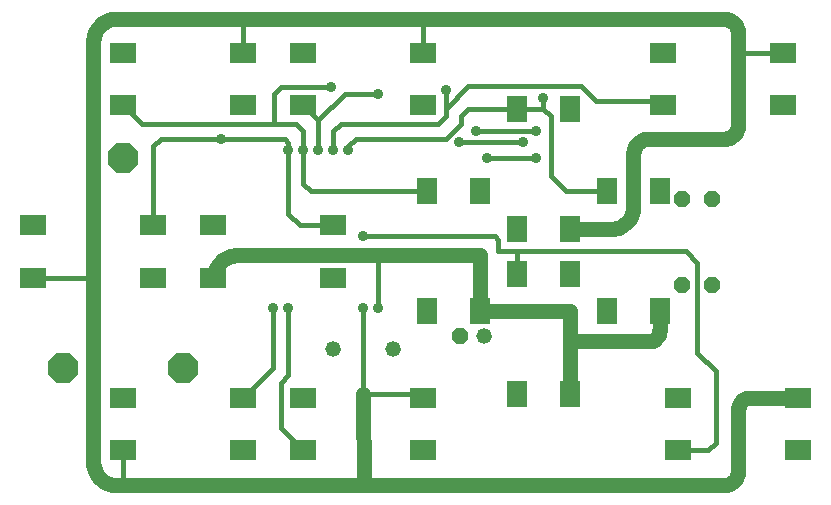
<source format=gbl>
G75*
G70*
%OFA0B0*%
%FSLAX24Y24*%
%IPPOS*%
%LPD*%
%AMOC8*
5,1,8,0,0,1.08239X$1,22.5*
%
%ADD10OC8,0.0520*%
%ADD11C,0.0520*%
%ADD12OC8,0.1000*%
%ADD13R,0.0900X0.0700*%
%ADD14R,0.0700X0.0900*%
%ADD15C,0.0356*%
%ADD16C,0.0160*%
%ADD17C,0.0500*%
D10*
X015855Y005568D03*
X023255Y007255D03*
X024255Y007255D03*
X024255Y010130D03*
X023255Y010130D03*
D11*
X016655Y005568D03*
X013630Y005130D03*
X011630Y005130D03*
D12*
X006630Y004505D03*
X002630Y004505D03*
X004630Y011505D03*
D13*
X004630Y013255D03*
X004630Y015005D03*
X008630Y015005D03*
X010630Y015005D03*
X010630Y013255D03*
X008630Y013255D03*
X014630Y013255D03*
X014630Y015005D03*
X022630Y015005D03*
X022630Y013255D03*
X026630Y013255D03*
X026630Y015005D03*
X011630Y009255D03*
X011630Y007505D03*
X007630Y007505D03*
X005630Y007505D03*
X005630Y009255D03*
X007630Y009255D03*
X001630Y009255D03*
X001630Y007505D03*
X004630Y003505D03*
X004630Y001755D03*
X008630Y001755D03*
X010630Y001755D03*
X010630Y003505D03*
X008630Y003505D03*
X014630Y003505D03*
X014630Y001755D03*
X023130Y001755D03*
X023130Y003505D03*
X027130Y003505D03*
X027130Y001755D03*
D14*
X019505Y003630D03*
X017755Y003630D03*
X016505Y006380D03*
X014755Y006380D03*
X017755Y007630D03*
X019505Y007630D03*
X020755Y006380D03*
X022505Y006380D03*
X019505Y009130D03*
X017755Y009130D03*
X016505Y010380D03*
X014755Y010380D03*
X017755Y013130D03*
X019505Y013130D03*
X020755Y010380D03*
X022505Y010380D03*
D15*
X018380Y011505D03*
X017943Y012036D03*
X018380Y012380D03*
X016755Y011505D03*
X015818Y012036D03*
X016380Y012380D03*
X018630Y013505D03*
X015380Y013755D03*
X013130Y013630D03*
X011568Y013849D03*
X011630Y011755D03*
X012130Y011755D03*
X011130Y011755D03*
X010630Y011755D03*
X010130Y011755D03*
X007880Y012130D03*
X012630Y008880D03*
X012630Y006505D03*
X013130Y006505D03*
X010130Y006505D03*
X009630Y006505D03*
D16*
X009630Y004505D01*
X008630Y003505D01*
X009880Y004005D02*
X010130Y004255D01*
X010130Y006505D01*
X012630Y006505D02*
X012630Y003630D01*
X014505Y003630D01*
X014630Y003505D01*
X010630Y001755D02*
X009880Y002505D01*
X009880Y004005D01*
X013130Y006505D02*
X013130Y008255D01*
X012630Y008880D02*
X017005Y008880D01*
X017130Y008755D01*
X017130Y008380D01*
X017755Y008380D01*
X017755Y007630D01*
X017755Y008380D02*
X023380Y008380D01*
X023755Y008005D01*
X023755Y005005D01*
X024380Y004380D01*
X024380Y002005D01*
X024130Y001755D01*
X023130Y001755D01*
X011630Y009255D02*
X010505Y009255D01*
X010130Y009630D01*
X010130Y011755D01*
X010130Y012005D01*
X010005Y012130D01*
X007880Y012130D01*
X005880Y012130D01*
X005630Y011880D01*
X005630Y009255D01*
X005630Y009130D01*
X003505Y007505D02*
X001630Y007505D01*
X003505Y007505D02*
X003525Y007503D01*
X003544Y007499D01*
X003562Y007491D01*
X003578Y007481D01*
X003593Y007468D01*
X003606Y007453D01*
X003616Y007437D01*
X003624Y007419D01*
X003628Y007400D01*
X003630Y007380D01*
X010630Y010630D02*
X010630Y011755D01*
X010630Y012380D01*
X010380Y012630D01*
X009661Y012630D01*
X009661Y013630D01*
X009880Y013849D01*
X011568Y013849D01*
X012005Y013630D02*
X013130Y013630D01*
X012005Y013630D02*
X011130Y012755D01*
X011130Y011755D01*
X011630Y011755D02*
X011630Y012380D01*
X011880Y012630D01*
X015130Y012630D01*
X015380Y012880D01*
X015380Y013130D01*
X015380Y013755D01*
X015380Y013130D02*
X016130Y013880D01*
X019880Y013880D01*
X020380Y013380D01*
X022380Y013380D01*
X022630Y013130D01*
X022630Y013255D01*
X025130Y014880D02*
X025132Y014900D01*
X025136Y014919D01*
X025144Y014937D01*
X025154Y014953D01*
X025167Y014968D01*
X025182Y014981D01*
X025198Y014991D01*
X025216Y014999D01*
X025235Y015003D01*
X025255Y015005D01*
X026630Y015005D01*
X020755Y010380D02*
X019380Y010380D01*
X018880Y010880D01*
X018880Y012880D01*
X018630Y013130D01*
X018630Y013505D01*
X018630Y013130D02*
X017755Y013130D01*
X016130Y013130D01*
X015880Y012880D01*
X015880Y012630D01*
X015380Y012130D01*
X012380Y012130D01*
X012130Y011880D01*
X012130Y011755D01*
X011130Y012755D02*
X010630Y013255D01*
X009661Y012630D02*
X005255Y012630D01*
X004630Y013255D01*
X008630Y015005D02*
X008630Y016130D01*
X014630Y016130D02*
X014630Y015005D01*
X016380Y012380D02*
X018380Y012380D01*
X017943Y012036D02*
X015818Y012036D01*
X016755Y011505D02*
X018380Y011505D01*
X014755Y010380D02*
X010880Y010380D01*
X010630Y010630D01*
X004630Y001755D02*
X004630Y000580D01*
D17*
X003630Y001380D02*
X003630Y007380D01*
X003630Y015380D01*
X003632Y015434D01*
X003638Y015487D01*
X003647Y015539D01*
X003660Y015591D01*
X003677Y015642D01*
X003698Y015692D01*
X003722Y015739D01*
X003749Y015785D01*
X003780Y015829D01*
X003813Y015871D01*
X003850Y015910D01*
X003889Y015947D01*
X003931Y015980D01*
X003975Y016011D01*
X004021Y016038D01*
X004068Y016062D01*
X004118Y016083D01*
X004169Y016100D01*
X004221Y016113D01*
X004273Y016122D01*
X004326Y016128D01*
X004380Y016130D01*
X008630Y016130D01*
X014630Y016130D01*
X024630Y016130D01*
X024674Y016128D01*
X024717Y016122D01*
X024759Y016113D01*
X024801Y016100D01*
X024841Y016083D01*
X024880Y016063D01*
X024917Y016040D01*
X024951Y016013D01*
X024984Y015984D01*
X025013Y015951D01*
X025040Y015917D01*
X025063Y015880D01*
X025083Y015841D01*
X025100Y015801D01*
X025113Y015759D01*
X025122Y015717D01*
X025128Y015674D01*
X025130Y015630D01*
X025130Y014880D01*
X025130Y012630D01*
X025128Y012586D01*
X025122Y012543D01*
X025113Y012501D01*
X025100Y012459D01*
X025083Y012419D01*
X025063Y012380D01*
X025040Y012343D01*
X025013Y012309D01*
X024984Y012276D01*
X024951Y012247D01*
X024917Y012220D01*
X024880Y012197D01*
X024841Y012177D01*
X024801Y012160D01*
X024759Y012147D01*
X024717Y012138D01*
X024674Y012132D01*
X024630Y012130D01*
X022130Y012130D01*
X022086Y012128D01*
X022043Y012122D01*
X022001Y012113D01*
X021959Y012100D01*
X021919Y012083D01*
X021880Y012063D01*
X021843Y012040D01*
X021809Y012013D01*
X021776Y011984D01*
X021747Y011951D01*
X021720Y011917D01*
X021697Y011880D01*
X021677Y011841D01*
X021660Y011801D01*
X021647Y011759D01*
X021638Y011717D01*
X021632Y011674D01*
X021630Y011630D01*
X021630Y009880D01*
X021628Y009826D01*
X021622Y009773D01*
X021613Y009721D01*
X021600Y009669D01*
X021583Y009618D01*
X021562Y009568D01*
X021538Y009521D01*
X021511Y009475D01*
X021480Y009431D01*
X021447Y009389D01*
X021410Y009350D01*
X021371Y009313D01*
X021329Y009280D01*
X021285Y009249D01*
X021239Y009222D01*
X021192Y009198D01*
X021142Y009177D01*
X021091Y009160D01*
X021039Y009147D01*
X020987Y009138D01*
X020934Y009132D01*
X020880Y009130D01*
X019505Y009130D01*
X016505Y008255D02*
X013130Y008255D01*
X008505Y008255D01*
X008506Y008256D02*
X008450Y008258D01*
X008394Y008257D01*
X008339Y008251D01*
X008284Y008242D01*
X008230Y008230D01*
X008177Y008213D01*
X008125Y008193D01*
X008074Y008170D01*
X008025Y008143D01*
X007979Y008113D01*
X007934Y008080D01*
X007892Y008043D01*
X007852Y008004D01*
X007815Y007963D01*
X007781Y007919D01*
X007750Y007872D01*
X007723Y007824D01*
X007698Y007774D01*
X007677Y007722D01*
X007660Y007670D01*
X007646Y007616D01*
X007637Y007561D01*
X007630Y007506D01*
X012630Y003630D02*
X012643Y000580D01*
X024643Y000580D01*
X024642Y000580D02*
X024685Y000584D01*
X024727Y000592D01*
X024769Y000604D01*
X024809Y000618D01*
X024848Y000636D01*
X024886Y000657D01*
X024921Y000682D01*
X024954Y000709D01*
X024986Y000738D01*
X025014Y000770D01*
X025040Y000805D01*
X025063Y000841D01*
X025082Y000879D01*
X025099Y000919D01*
X025112Y000960D01*
X025122Y001002D01*
X025128Y001044D01*
X025131Y001087D01*
X025130Y001130D01*
X025130Y003130D01*
X025132Y003167D01*
X025137Y003203D01*
X025146Y003239D01*
X025159Y003274D01*
X025174Y003307D01*
X025193Y003338D01*
X025215Y003368D01*
X025240Y003395D01*
X025267Y003420D01*
X025297Y003442D01*
X025328Y003461D01*
X025361Y003476D01*
X025396Y003489D01*
X025432Y003498D01*
X025468Y003503D01*
X025505Y003505D01*
X027130Y003505D01*
X022505Y005755D02*
X022505Y006380D01*
X022505Y005755D02*
X022503Y005718D01*
X022498Y005682D01*
X022489Y005646D01*
X022476Y005611D01*
X022461Y005578D01*
X022442Y005547D01*
X022420Y005517D01*
X022395Y005490D01*
X022368Y005465D01*
X022338Y005443D01*
X022307Y005424D01*
X022274Y005409D01*
X022239Y005396D01*
X022203Y005387D01*
X022167Y005382D01*
X022130Y005380D01*
X019505Y005380D01*
X019505Y006380D01*
X016505Y006380D01*
X016505Y008255D01*
X019505Y005380D02*
X019505Y003630D01*
X012643Y000580D02*
X004630Y000580D01*
X004405Y000580D01*
X004352Y000583D01*
X004298Y000589D01*
X004245Y000599D01*
X004193Y000613D01*
X004142Y000630D01*
X004093Y000650D01*
X004044Y000674D01*
X003998Y000701D01*
X003953Y000732D01*
X003911Y000765D01*
X003871Y000801D01*
X003834Y000839D01*
X003799Y000880D01*
X003767Y000924D01*
X003738Y000969D01*
X003713Y001017D01*
X003690Y001066D01*
X003671Y001116D01*
X003656Y001167D01*
X003644Y001220D01*
X003636Y001273D01*
X003631Y001327D01*
X003630Y001381D01*
M02*

</source>
